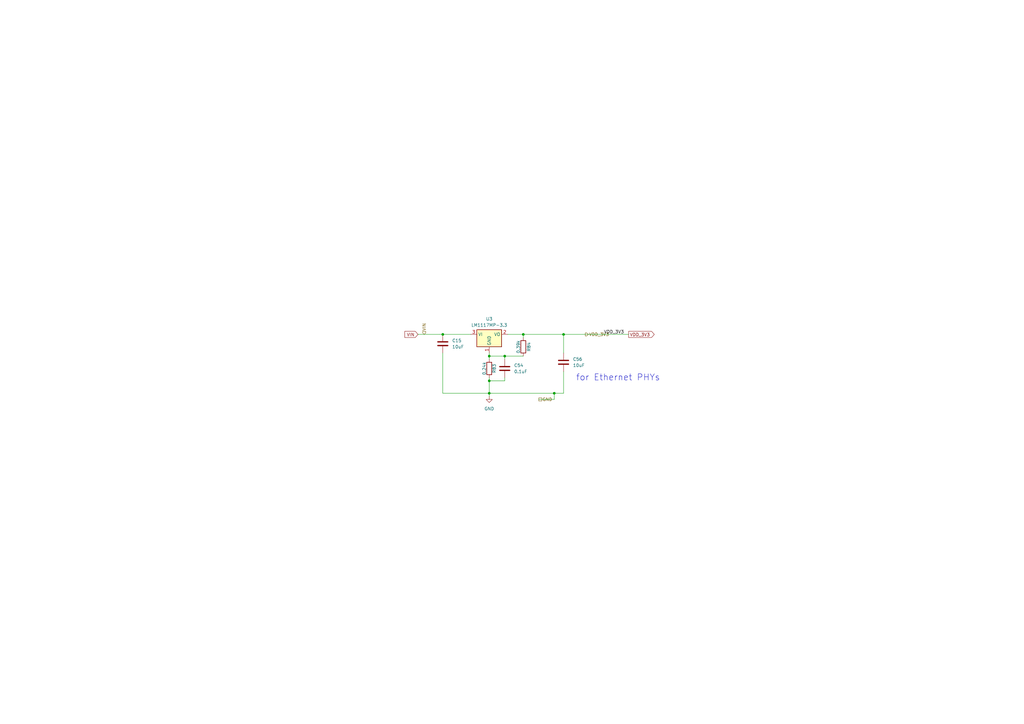
<source format=kicad_sch>
(kicad_sch (version 20250114) (generator "eeschema") (generator_version "9.0")
  (paper "A3")
  (title_block (title "Edgehax 4G to Eth") (date "2025-08-23") (rev "V2") (company "Edgehax") (comment 2 "Varshini CB"))
  (lib_symbols
    (symbol "Device:C" (pin_numbers (hide yes)) (pin_names (offset 0.254))
      (property "Reference" "C" (at 0.635 2.54 0))
      (property "Value" "C" (at 0.635 -2.54 0))
      (symbol "C_0_1"
        (polyline (pts (xy -2.032 0.762) (xy 2.032 0.762)) (stroke (width 0.508)))
        (polyline (pts (xy -2.032 -0.762) (xy 2.032 -0.762)) (stroke (width 0.508)))
      )
      (symbol "C_1_1"
        (pin passive line (at 0 3.81 270) (length 2.794) (name "~") (number "1"))
        (pin passive line (at 0 -3.81 90) (length 2.794) (name "~") (number "2"))
      )
    )
    (symbol "Device:R" (pin_numbers (hide yes)) (pin_names (offset 0))
      (property "Reference" "R" (at 2.032 0 90))
      (property "Value" "R" (at 0 0 90))
      (symbol "R_0_1"
        (rectangle (start -1.016 -2.54) (end 1.016 2.54) (stroke (width 0.254)))
      )
      (symbol "R_1_1"
        (pin passive line (at 0 3.81 270) (length 1.27) (name "~") (number "1"))
        (pin passive line (at 0 -3.81 90) (length 1.27) (name "~") (number "2"))
      )
    )
    (symbol "Regulator_Linear:LM1117MP-3.3"
      (property "Reference" "U" (at -3.81 3.175 0))
      (property "Value" "LM1117MP-3.3" (at 0 3.175 0))
      (symbol "LM1117MP-3.3_0_1"
        (rectangle (start -5.08 -5.08) (end 5.08 1.905) (stroke (width 0.254)) (fill (type background)))
      )
      (symbol "LM1117MP-3.3_1_1"
        (pin power_in line (at -7.62 0 0) (length 2.54) (name "VI") (number "3"))
        (pin power_in line (at 0 -7.62 90) (length 2.54) (name "GND") (number "1"))
        (pin power_out line (at 7.62 0 180) (length 2.54) (name "VO") (number "2"))
      )
    )
    (symbol "power:GND" (power) (pin_numbers (hide yes)) (pin_names (offset 0) (hide yes))
      (property "Value" "GND" (at 0 -3.81 0))
      (symbol "GND_0_1"
        (polyline (pts (xy 0 0) (xy 0 -1.27) (xy 1.27 -1.27) (xy 0 -2.54) (xy -1.27 -1.27) (xy 0 -1.27)))
      )
      (symbol "GND_1_1"
        (pin power_in line (at 0 0 270) (length 0) (name "~") (number "1"))
      )
    )
  )
  (text "for Ethernet PHYs\n" (at 253.492 154.94 0) (effects (font (size 2.54 2.54))))
  (junction (at 207.01 146.05))
  (junction (at 200.66 146.05))
  (junction (at 200.66 161.29))
  (junction (at 200.66 156.21))
  (junction (at 227.33 161.29))
  (junction (at 231.14 137.16))
  (junction (at 181.61 137.16))
  (junction (at 214.63 137.16))
  (wire (pts (xy 207.01 156.21) (xy 200.66 156.21)))
  (wire (pts (xy 207.01 146.05) (xy 207.01 147.32)))
  (wire (pts (xy 200.66 144.78) (xy 200.66 146.05)))
  (wire (pts (xy 220.98 163.83) (xy 227.33 163.83)))
  (wire (pts (xy 227.33 163.83) (xy 227.33 161.29)))
  (wire (pts (xy 214.63 138.43) (xy 214.63 137.16)))
  (wire (pts (xy 231.14 152.4) (xy 231.14 161.29)))
  (wire (pts (xy 231.14 144.78) (xy 231.14 137.16)))
  (wire (pts (xy 207.01 146.05) (xy 214.63 146.05)))
  (wire (pts (xy 171.45 137.16) (xy 181.61 137.16)))
  (wire (pts (xy 200.66 146.05) (xy 200.66 147.32)))
  (wire (pts (xy 227.33 161.29) (xy 200.66 161.29)))
  (wire (pts (xy 207.01 154.94) (xy 207.01 156.21)))
  (wire (pts (xy 200.66 154.94) (xy 200.66 156.21)))
  (wire (pts (xy 231.14 161.29) (xy 227.33 161.29)))
  (wire (pts (xy 200.66 156.21) (xy 200.66 161.29)))
  (wire (pts (xy 200.66 162.56) (xy 200.66 161.29)))
  (wire (pts (xy 181.61 161.29) (xy 200.66 161.29)))
  (wire (pts (xy 231.14 137.16) (xy 257.81 137.16)))
  (wire (pts (xy 214.63 137.16) (xy 231.14 137.16)))
  (wire (pts (xy 208.28 137.16) (xy 214.63 137.16)))
  (wire (pts (xy 200.66 146.05) (xy 207.01 146.05)))
  (wire (pts (xy 181.61 144.78) (xy 181.61 161.29)))
  (wire (pts (xy 181.61 137.16) (xy 193.04 137.16)))
  (label "VDD_3V3" (at 247.65 137.16 0))
  (global_label "VDD_3V3" (shape output) (at 257.81 137.16 0) (property "Intersheetrefs" "${INTERSHEET_REFS}" (at 268.9941 137.16 0) (effects (justify left))))
  (global_label "VIN" (shape input) (at 171.45 137.16 180) (property "Intersheetrefs" "${INTERSHEET_REFS}" (at 165.3458 137.16 0) (effects (justify right))))
  (hierarchical_label "GND" (shape passive) (at 220.98 163.83 0))
  (hierarchical_label "VDD_3V3" (shape output) (at 240.03 137.16 0))
  (hierarchical_label "VIN" (shape input) (at 173.99 137.16 90))
  (symbol (lib_id "Device:C") (at 207.01 151.13 180) (unit 1)
    (property "Reference" "C54" (at 210.82 149.8599 0) (effects (justify right)))
    (property "Value" "0.1uF" (at 210.82 152.3999 0) (effects (justify right)))
    (property "Footprint" "Capacitor_SMD:C_0402_1005Metric" (effects (hide yes)))
    (property "Description" "Unpolarized capacitor" (effects (hide yes)))
  )
  (symbol (lib_id "Device:C") (at 181.61 140.97 0) (unit 1)
    (property "Reference" "C15" (at 185.42 139.6999 0) (effects (justify left)))
    (property "Value" "10uF" (at 185.42 142.2399 0) (effects (justify left)))
    (property "Footprint" "Capacitor_SMD:C_0603_1608Metric" (effects (hide yes)))
    (property "Description" "Unpolarized capacitor" (effects (hide yes)))
  )
  (symbol (lib_id "Device:R") (at 214.63 142.24 180) (unit 1)
    (property "Reference" "R84" (at 216.916 142.24 90))
    (property "Value" "0.39k" (at 212.598 142.24 90))
    (property "Footprint" "Resistor_SMD:R_0603_1608Metric" (effects (hide yes)))
    (property "Description" "Resistor" (effects (hide yes)))
  )
  (symbol (lib_id "power:GND") (at 200.66 162.56 0) (unit 1)
    (property "Reference" "#PWR015" (effects (hide yes)))
    (property "Value" "GND" (at 200.66 167.64 0))
    (property "Description" "Power symbol creates a global label with name \"GND\" , ground" (effects (hide yes)))
  )
  (symbol (lib_id "Device:R") (at 200.66 151.13 180) (unit 1)
    (property "Reference" "R83" (at 202.692 151.13 90))
    (property "Value" "0.24k" (at 198.628 151.13 90))
    (property "Footprint" "Resistor_SMD:R_0603_1608Metric" (effects (hide yes)))
    (property "Description" "Resistor" (effects (hide yes)))
  )
  (symbol (lib_id "Device:C") (at 231.14 148.59 0) (unit 1)
    (property "Reference" "C56" (at 234.95 147.3199 0) (effects (justify left)))
    (property "Value" "10uF" (at 234.95 149.8599 0) (effects (justify left)))
    (property "Footprint" "Capacitor_SMD:C_0805_2012Metric" (effects (hide yes)))
    (property "Description" "Unpolarized capacitor" (effects (hide yes)))
  )
  (symbol (lib_id "Regulator_Linear:LM1117MP-3.3") (at 200.66 137.16 0) (unit 1)
    (property "Reference" "U3" (at 200.66 130.81 0))
    (property "Value" "LM1117MP-3.3" (at 200.66 133.35 0))
    (property "Footprint" "Package_TO_SOT_SMD:SOT-223-3_TabPin2" (effects (hide yes)))
    (property "Datasheet" "http://www.ti.com/lit/ds/symlink/lm1117.pdf" (effects (hide yes)))
    (property "Description" "800mA Low-Dropout Linear Regulator, 3.3V fixed output, SOT-223" (effects (hide yes)))
  )
)
</source>
